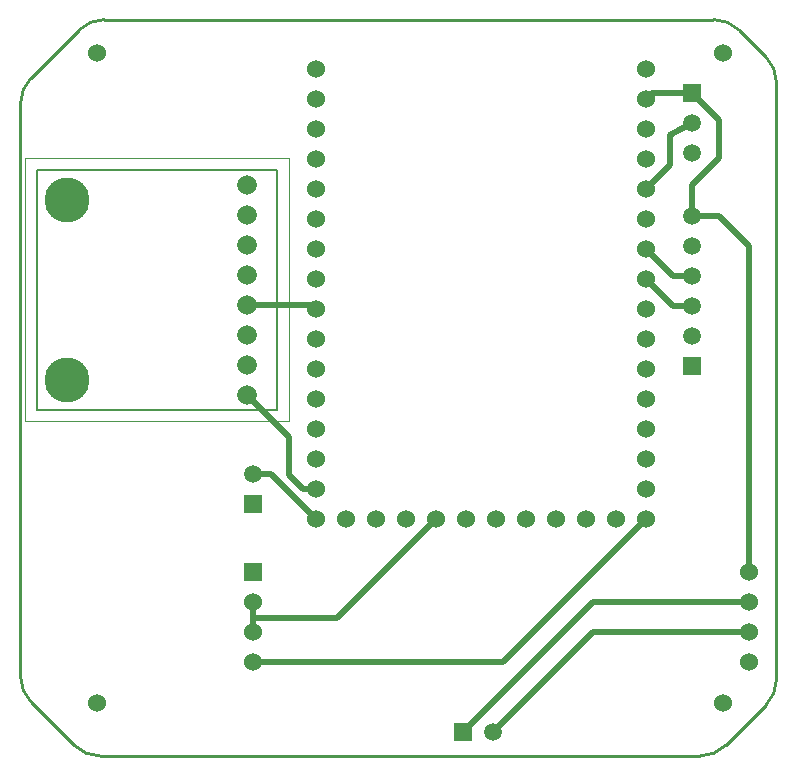
<source format=gtl>
G04 Layer_Physical_Order=1*
G04 Layer_Color=255*
%FSLAX25Y25*%
%MOIN*%
G70*
G01*
G75*
%ADD10C,0.01968*%
%ADD11C,0.01000*%
%ADD12C,0.00787*%
%ADD13C,0.00394*%
%ADD14C,0.06000*%
%ADD15R,0.06000X0.06000*%
%ADD16C,0.05905*%
%ADD17R,0.05905X0.05905*%
%ADD18C,0.06555*%
%ADD19C,0.15000*%
%ADD20R,0.05905X0.05905*%
D10*
X77500Y152500D02*
X99000D01*
X100500Y151000D01*
X79500Y96000D02*
X85500D01*
X100500Y81000D01*
X77500Y122500D02*
X91500Y108500D01*
Y95568D02*
Y108500D01*
Y95568D02*
X96068Y91000D01*
X100500D01*
X79606Y48000D02*
X107500D01*
X140500Y81000D01*
X79606Y43500D02*
Y48000D01*
Y53500D01*
Y33500D02*
X163000D01*
X210500Y81000D01*
X193000Y53500D02*
X244961D01*
X149500Y10000D02*
X193000Y53500D01*
Y43500D02*
X244961D01*
X159500Y10000D02*
X193000Y43500D01*
X210500Y221000D02*
X211138Y220362D01*
X212500Y223000D02*
X226000D01*
X210500Y221000D02*
X212500Y223000D01*
X218500Y209000D02*
X226000Y213000D01*
X218500Y199000D02*
Y209000D01*
X210500Y191000D02*
X218500Y199000D01*
X226000Y182000D02*
Y192500D01*
X235000Y201500D01*
Y214000D01*
X226000Y223000D02*
X235000Y214000D01*
X219500Y162000D02*
X226000D01*
X210500Y171000D02*
X219500Y162000D01*
Y152000D02*
X226000D01*
X210500Y161000D02*
X219500Y152000D01*
X226000Y182000D02*
X235000D01*
X244961Y172039D01*
Y63500D02*
Y172039D01*
D11*
X250465Y18965D02*
G03*
X254000Y27500I-8535J8535D01*
G01*
X228500Y2000D02*
G03*
X237035Y5536I0J12071D01*
G01*
X19964D02*
G03*
X28500Y2000I8535J8535D01*
G01*
X2000Y28500D02*
G03*
X5536Y19964I12071J0D01*
G01*
Y228035D02*
G03*
X2000Y219500I8535J-8535D01*
G01*
X30000Y247500D02*
G03*
X21464Y243965I0J-12071D01*
G01*
X241535D02*
G03*
X233000Y247500I-8535J-8535D01*
G01*
X254000Y226500D02*
G03*
X250465Y235035I-12071J0D01*
G01*
X254000Y27500D02*
Y121500D01*
X237035Y5536D02*
X250465Y18965D01*
X28500Y2000D02*
X228500D01*
X5536Y19964D02*
X19964Y5536D01*
X2000Y28500D02*
Y219500D01*
X5536Y228035D02*
X21464Y243965D01*
X30000Y247500D02*
X233000D01*
X241535Y243965D02*
X250465Y235035D01*
X254000Y120500D02*
Y226500D01*
D12*
X7500Y117500D02*
Y197500D01*
X87500D01*
Y117500D02*
Y197500D01*
X7500Y117500D02*
X87500D01*
D13*
X3563Y113563D02*
Y201437D01*
X91437D01*
Y113563D02*
Y201437D01*
X3563Y113563D02*
X91437D01*
D14*
X79606Y33500D02*
D03*
Y43500D02*
D03*
Y53500D02*
D03*
X244961Y63500D02*
D03*
Y53500D02*
D03*
Y43500D02*
D03*
Y33500D02*
D03*
X210500Y231000D02*
D03*
Y221000D02*
D03*
Y211000D02*
D03*
Y201000D02*
D03*
Y191000D02*
D03*
Y181000D02*
D03*
Y171000D02*
D03*
Y161000D02*
D03*
Y151000D02*
D03*
Y141000D02*
D03*
Y131000D02*
D03*
Y121000D02*
D03*
Y111000D02*
D03*
Y101000D02*
D03*
Y91000D02*
D03*
Y81000D02*
D03*
X200500D02*
D03*
X190500D02*
D03*
X180500D02*
D03*
X170500D02*
D03*
X160500D02*
D03*
X150500D02*
D03*
X140500D02*
D03*
X130500D02*
D03*
X120500D02*
D03*
X110500D02*
D03*
X100500Y231000D02*
D03*
Y221000D02*
D03*
Y211000D02*
D03*
Y201000D02*
D03*
Y191000D02*
D03*
Y181000D02*
D03*
Y171000D02*
D03*
Y161000D02*
D03*
Y151000D02*
D03*
Y141000D02*
D03*
Y131000D02*
D03*
Y121000D02*
D03*
Y111000D02*
D03*
Y101000D02*
D03*
Y91000D02*
D03*
Y81000D02*
D03*
X236221Y236221D02*
D03*
X27559D02*
D03*
Y19685D02*
D03*
X236221D02*
D03*
D15*
X79606Y63500D02*
D03*
D16*
X79500Y96000D02*
D03*
X226000Y182000D02*
D03*
Y172000D02*
D03*
Y162000D02*
D03*
Y152000D02*
D03*
Y142000D02*
D03*
X159500Y10000D02*
D03*
X226000Y203000D02*
D03*
Y213000D02*
D03*
D17*
X79500Y86000D02*
D03*
X226000Y132000D02*
D03*
Y223000D02*
D03*
D18*
X77500Y122500D02*
D03*
Y132500D02*
D03*
Y142500D02*
D03*
Y152500D02*
D03*
Y162500D02*
D03*
Y172500D02*
D03*
Y182500D02*
D03*
Y192500D02*
D03*
D19*
X17500Y127500D02*
D03*
Y187500D02*
D03*
D20*
X149500Y10000D02*
D03*
M02*

</source>
